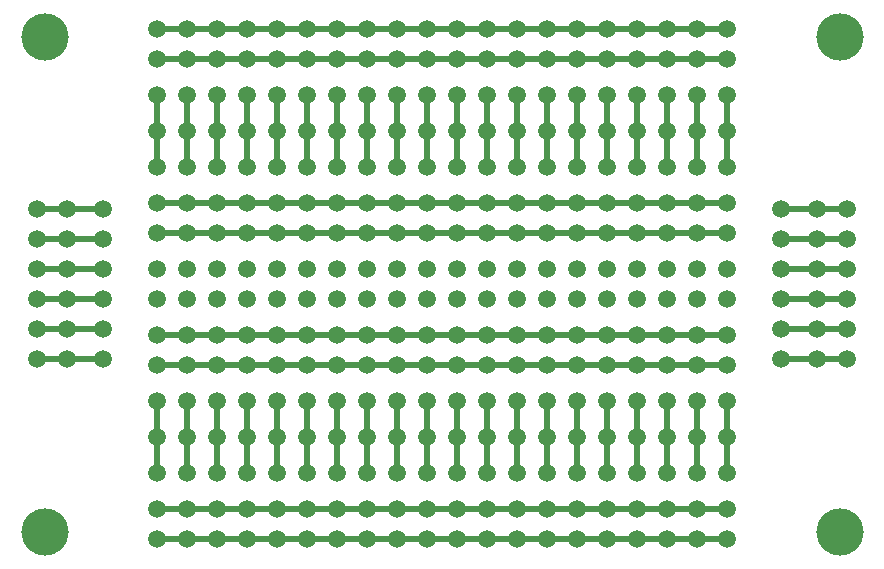
<source format=gtl>
G04*
G04 #@! TF.GenerationSoftware,Altium Limited,Altium Designer,20.0.13 (296)*
G04*
G04 Layer_Physical_Order=1*
G04 Layer_Color=255*
%FSLAX43Y43*%
%MOMM*%
G71*
G01*
G75*
%ADD12C,0.508*%
%ADD13C,1.500*%
%ADD14C,4.000*%
D12*
X90932Y43180D02*
X93980D01*
X90932Y45720D02*
X93980D01*
X90932Y48260D02*
X93980D01*
X90932Y50800D02*
X93980D01*
X90932Y53340D02*
X93980D01*
X90932Y55880D02*
X93980D01*
X30480Y43180D02*
X33528D01*
X30480Y45720D02*
X33528D01*
X30480Y48260D02*
X33528D01*
X30480Y50800D02*
X33528D01*
X30480Y53340D02*
X33528D01*
X30480Y55880D02*
X33528D01*
X27940Y43180D02*
X30480D01*
X27940Y45720D02*
X30480D01*
X27940Y48260D02*
X30480D01*
X27940Y50800D02*
X30480D01*
X27940Y53340D02*
X30480D01*
X27940Y55880D02*
X30480D01*
X93980Y43180D02*
X96520D01*
X93980Y45720D02*
X96520D01*
X93980Y48260D02*
X96520D01*
X93980Y50800D02*
X96520D01*
X93980Y53340D02*
X96520D01*
X93980Y55880D02*
X96520D01*
X83820Y27940D02*
X86360D01*
X81280D02*
X83820D01*
X78740D02*
X81280D01*
X76200D02*
X78740D01*
X73660D02*
X76200D01*
X71120D02*
X73660D01*
X68580D02*
X71120D01*
X66040D02*
X68580D01*
X63500D02*
X66040D01*
X60960D02*
X63500D01*
X58420D02*
X60960D01*
X55880D02*
X58420D01*
X53340D02*
X55880D01*
X50800D02*
X53340D01*
X48260D02*
X50800D01*
X45720D02*
X48260D01*
X43180D02*
X45720D01*
X40640D02*
X43180D01*
X38100D02*
X40640D01*
X83820Y30480D02*
X86360D01*
X81280D02*
X83820D01*
X78740D02*
X81280D01*
X76200D02*
X78740D01*
X73660D02*
X76200D01*
X71120D02*
X73660D01*
X68580D02*
X71120D01*
X66040D02*
X68580D01*
X63500D02*
X66040D01*
X60960D02*
X63500D01*
X58420D02*
X60960D01*
X55880D02*
X58420D01*
X53340D02*
X55880D01*
X50800D02*
X53340D01*
X48260D02*
X50800D01*
X45720D02*
X48260D01*
X43180D02*
X45720D01*
X40640D02*
X43180D01*
X38100D02*
X40640D01*
X38100Y36576D02*
Y39624D01*
Y33528D02*
Y36576D01*
X40640D02*
Y39624D01*
Y33528D02*
Y36576D01*
X43180D02*
Y39624D01*
Y33528D02*
Y36576D01*
X45720D02*
Y39624D01*
Y33528D02*
Y36576D01*
X48260D02*
Y39624D01*
Y33528D02*
Y36576D01*
X50800D02*
Y39624D01*
Y33528D02*
Y36576D01*
X53340D02*
Y39624D01*
Y33528D02*
Y36576D01*
X55880D02*
Y39624D01*
Y33528D02*
Y36576D01*
X58420D02*
Y39624D01*
Y33528D02*
Y36576D01*
X60960D02*
Y39624D01*
Y33528D02*
Y36576D01*
X63500D02*
Y39624D01*
Y33528D02*
Y36576D01*
X66040D02*
Y39624D01*
Y33528D02*
Y36576D01*
X68580D02*
Y39624D01*
Y33528D02*
Y36576D01*
X71120D02*
Y39624D01*
Y33528D02*
Y36576D01*
X73660D02*
Y39624D01*
Y33528D02*
Y36576D01*
X76200D02*
Y39624D01*
Y33528D02*
Y36576D01*
X78740D02*
Y39624D01*
Y33528D02*
Y36576D01*
X81280D02*
Y39624D01*
Y33528D02*
Y36576D01*
X83820D02*
Y39624D01*
Y33528D02*
Y36576D01*
X86360D02*
Y39624D01*
Y33528D02*
Y36576D01*
X83820Y42672D02*
X86360D01*
X81280D02*
X83820D01*
X78740D02*
X81280D01*
X76200D02*
X78740D01*
X73660D02*
X76200D01*
X71120D02*
X73660D01*
X68580D02*
X71120D01*
X66040D02*
X68580D01*
X63500D02*
X66040D01*
X60960D02*
X63500D01*
X58420D02*
X60960D01*
X55880D02*
X58420D01*
X53340D02*
X55880D01*
X50800D02*
X53340D01*
X48260D02*
X50800D01*
X45720D02*
X48260D01*
X43180D02*
X45720D01*
X40640D02*
X43180D01*
X38100D02*
X40640D01*
X83820Y45212D02*
X86360D01*
X81280D02*
X83820D01*
X78740D02*
X81280D01*
X76200D02*
X78740D01*
X73660D02*
X76200D01*
X71120D02*
X73660D01*
X68580D02*
X71120D01*
X66040D02*
X68580D01*
X63500D02*
X66040D01*
X60960D02*
X63500D01*
X58420D02*
X60960D01*
X55880D02*
X58420D01*
X53340D02*
X55880D01*
X50800D02*
X53340D01*
X48260D02*
X50800D01*
X45720D02*
X48260D01*
X43180D02*
X45720D01*
X40640D02*
X43180D01*
X38100D02*
X40640D01*
X83820Y53848D02*
X86360D01*
X81280D02*
X83820D01*
X78740D02*
X81280D01*
X76200D02*
X78740D01*
X73660D02*
X76200D01*
X71120D02*
X73660D01*
X68580D02*
X71120D01*
X66040D02*
X68580D01*
X63500D02*
X66040D01*
X60960D02*
X63500D01*
X58420D02*
X60960D01*
X55880D02*
X58420D01*
X53340D02*
X55880D01*
X50800D02*
X53340D01*
X48260D02*
X50800D01*
X45720D02*
X48260D01*
X43180D02*
X45720D01*
X40640D02*
X43180D01*
X38100D02*
X40640D01*
X83820Y56388D02*
X86360D01*
X81280D02*
X83820D01*
X78740D02*
X81280D01*
X76200D02*
X78740D01*
X73660D02*
X76200D01*
X71120D02*
X73660D01*
X68580D02*
X71120D01*
X66040D02*
X68580D01*
X63500D02*
X66040D01*
X60960D02*
X63500D01*
X58420D02*
X60960D01*
X55880D02*
X58420D01*
X53340D02*
X55880D01*
X50800D02*
X53340D01*
X48260D02*
X50800D01*
X45720D02*
X48260D01*
X43180D02*
X45720D01*
X40640D02*
X43180D01*
X38100D02*
X40640D01*
X86360Y62484D02*
Y65532D01*
Y59436D02*
Y62484D01*
X83820D02*
Y65532D01*
Y59436D02*
Y62484D01*
X81280D02*
Y65532D01*
Y59436D02*
Y62484D01*
X78740D02*
Y65532D01*
Y59436D02*
Y62484D01*
X76200D02*
Y65532D01*
Y59436D02*
Y62484D01*
X73660D02*
Y65532D01*
Y59436D02*
Y62484D01*
X71120D02*
Y65532D01*
Y59436D02*
Y62484D01*
X68580D02*
Y65532D01*
Y59436D02*
Y62484D01*
X66040D02*
Y65532D01*
Y59436D02*
Y62484D01*
X63500D02*
Y65532D01*
Y59436D02*
Y62484D01*
X60960D02*
Y65532D01*
Y59436D02*
Y62484D01*
X58420D02*
Y65532D01*
Y59436D02*
Y62484D01*
X55880D02*
Y65532D01*
Y59436D02*
Y62484D01*
X53340D02*
Y65532D01*
Y59436D02*
Y62484D01*
X50800D02*
Y65532D01*
Y59436D02*
Y62484D01*
X48260D02*
Y65532D01*
Y59436D02*
Y62484D01*
X45720D02*
Y65532D01*
Y59436D02*
Y62484D01*
X43180D02*
Y65532D01*
Y59436D02*
Y62484D01*
X40640D02*
Y65532D01*
Y59436D02*
Y62484D01*
X38100D02*
Y65532D01*
Y59436D02*
Y62484D01*
X83820Y68580D02*
X86360D01*
X81280D02*
X83820D01*
X78740D02*
X81280D01*
X76200D02*
X78740D01*
X73660D02*
X76200D01*
X71120D02*
X73660D01*
X68580D02*
X71120D01*
X66040D02*
X68580D01*
X63500D02*
X66040D01*
X60960D02*
X63500D01*
X58420D02*
X60960D01*
X55880D02*
X58420D01*
X53340D02*
X55880D01*
X50800D02*
X53340D01*
X48260D02*
X50800D01*
X45720D02*
X48260D01*
X43180D02*
X45720D01*
X40640D02*
X43180D01*
X38100D02*
X40640D01*
X83820Y71120D02*
X86360D01*
X81280D02*
X83820D01*
X78740D02*
X81280D01*
X76200D02*
X78740D01*
X73660D02*
X76200D01*
X71120D02*
X73660D01*
X68580D02*
X71120D01*
X66040D02*
X68580D01*
X63500D02*
X66040D01*
X60960D02*
X63500D01*
X58420D02*
X60960D01*
X55880D02*
X58420D01*
X53340D02*
X55880D01*
X50800D02*
X53340D01*
X48260D02*
X50800D01*
X45720D02*
X48260D01*
X43180D02*
X45720D01*
X40640D02*
X43180D01*
X38100D02*
X40640D01*
D13*
X33528Y43180D02*
D03*
Y45720D02*
D03*
Y48260D02*
D03*
Y50800D02*
D03*
Y53340D02*
D03*
Y55880D02*
D03*
X90932Y43180D02*
D03*
Y45720D02*
D03*
Y48260D02*
D03*
Y50800D02*
D03*
Y53340D02*
D03*
Y55880D02*
D03*
X38100Y27940D02*
D03*
Y30480D02*
D03*
X40640Y27940D02*
D03*
Y30480D02*
D03*
X43180Y27940D02*
D03*
Y30480D02*
D03*
X45720Y27940D02*
D03*
Y30480D02*
D03*
X48260Y27940D02*
D03*
Y30480D02*
D03*
X50800Y27940D02*
D03*
Y30480D02*
D03*
X53340Y27940D02*
D03*
Y30480D02*
D03*
X55880Y27940D02*
D03*
Y30480D02*
D03*
X58420Y27940D02*
D03*
Y30480D02*
D03*
X60960Y27940D02*
D03*
Y30480D02*
D03*
X63500Y27940D02*
D03*
Y30480D02*
D03*
X66040Y27940D02*
D03*
Y30480D02*
D03*
X68580Y27940D02*
D03*
Y30480D02*
D03*
X71120Y27940D02*
D03*
Y30480D02*
D03*
X73660Y27940D02*
D03*
Y30480D02*
D03*
X76200Y27940D02*
D03*
Y30480D02*
D03*
X78740Y27940D02*
D03*
Y30480D02*
D03*
X81280Y27940D02*
D03*
Y30480D02*
D03*
X83820Y27940D02*
D03*
Y30480D02*
D03*
X86360Y27940D02*
D03*
Y30480D02*
D03*
X38100Y42672D02*
D03*
Y45212D02*
D03*
X40640Y42672D02*
D03*
Y45212D02*
D03*
X43180Y42672D02*
D03*
Y45212D02*
D03*
X45720Y42672D02*
D03*
Y45212D02*
D03*
X48260Y42672D02*
D03*
Y45212D02*
D03*
X50800Y42672D02*
D03*
Y45212D02*
D03*
X53340Y42672D02*
D03*
Y45212D02*
D03*
X55880Y42672D02*
D03*
Y45212D02*
D03*
X58420Y42672D02*
D03*
Y45212D02*
D03*
X60960Y42672D02*
D03*
Y45212D02*
D03*
X63500Y42672D02*
D03*
Y45212D02*
D03*
X66040Y42672D02*
D03*
Y45212D02*
D03*
X68580Y42672D02*
D03*
Y45212D02*
D03*
X71120Y42672D02*
D03*
Y45212D02*
D03*
X73660Y42672D02*
D03*
Y45212D02*
D03*
X76200Y42672D02*
D03*
Y45212D02*
D03*
X78740Y42672D02*
D03*
Y45212D02*
D03*
X81280Y42672D02*
D03*
Y45212D02*
D03*
X83820Y42672D02*
D03*
Y45212D02*
D03*
X86360Y42672D02*
D03*
Y45212D02*
D03*
X38100Y48260D02*
D03*
Y50800D02*
D03*
X40640Y48260D02*
D03*
Y50800D02*
D03*
X43180Y48260D02*
D03*
Y50800D02*
D03*
X45720Y48260D02*
D03*
Y50800D02*
D03*
X48260Y48260D02*
D03*
Y50800D02*
D03*
X50800Y48260D02*
D03*
Y50800D02*
D03*
X53340Y48260D02*
D03*
Y50800D02*
D03*
X55880Y48260D02*
D03*
Y50800D02*
D03*
X58420Y48260D02*
D03*
Y50800D02*
D03*
X60960Y48260D02*
D03*
Y50800D02*
D03*
X63500Y48260D02*
D03*
Y50800D02*
D03*
X66040Y48260D02*
D03*
Y50800D02*
D03*
X68580Y48260D02*
D03*
Y50800D02*
D03*
X71120Y48260D02*
D03*
Y50800D02*
D03*
X73660Y48260D02*
D03*
Y50800D02*
D03*
X76200Y48260D02*
D03*
Y50800D02*
D03*
X78740Y48260D02*
D03*
Y50800D02*
D03*
X81280Y48260D02*
D03*
Y50800D02*
D03*
X83820Y48260D02*
D03*
Y50800D02*
D03*
X86360Y48260D02*
D03*
Y50800D02*
D03*
Y65532D02*
D03*
X83820D02*
D03*
X81280D02*
D03*
X78740D02*
D03*
X76200D02*
D03*
X73660D02*
D03*
X71120D02*
D03*
X68580D02*
D03*
X66040D02*
D03*
X63500D02*
D03*
X60960D02*
D03*
X58420D02*
D03*
X55880D02*
D03*
X53340D02*
D03*
X50800D02*
D03*
X48260D02*
D03*
X45720D02*
D03*
X43180D02*
D03*
X40640D02*
D03*
X38100D02*
D03*
X86360Y39624D02*
D03*
X83820D02*
D03*
X81280D02*
D03*
X78740D02*
D03*
X76200D02*
D03*
X73660D02*
D03*
X71120D02*
D03*
X68580D02*
D03*
X66040D02*
D03*
X63500D02*
D03*
X60960D02*
D03*
X58420D02*
D03*
X55880D02*
D03*
X53340D02*
D03*
X50800D02*
D03*
X48260D02*
D03*
X45720D02*
D03*
X43180D02*
D03*
X40640D02*
D03*
X38100D02*
D03*
X86360Y62484D02*
D03*
X83820D02*
D03*
X81280D02*
D03*
X78740D02*
D03*
X76200D02*
D03*
X73660D02*
D03*
X71120D02*
D03*
X68580D02*
D03*
X66040D02*
D03*
X63500D02*
D03*
X60960D02*
D03*
X58420D02*
D03*
X55880D02*
D03*
X53340D02*
D03*
X50800D02*
D03*
X48260D02*
D03*
X45720D02*
D03*
X43180D02*
D03*
X40640D02*
D03*
X38100D02*
D03*
X86360Y33528D02*
D03*
X83820D02*
D03*
X81280D02*
D03*
X78740D02*
D03*
X76200D02*
D03*
X73660D02*
D03*
X71120D02*
D03*
X68580D02*
D03*
X66040D02*
D03*
X63500D02*
D03*
X60960D02*
D03*
X58420D02*
D03*
X55880D02*
D03*
X53340D02*
D03*
X50800D02*
D03*
X48260D02*
D03*
X45720D02*
D03*
X43180D02*
D03*
X40640D02*
D03*
X38100D02*
D03*
X86360Y59436D02*
D03*
X83820D02*
D03*
X81280D02*
D03*
X78740D02*
D03*
X76200D02*
D03*
X73660D02*
D03*
X71120D02*
D03*
X68580D02*
D03*
X66040D02*
D03*
X63500D02*
D03*
X60960D02*
D03*
X58420D02*
D03*
X55880D02*
D03*
X53340D02*
D03*
X50800D02*
D03*
X48260D02*
D03*
X45720D02*
D03*
X43180D02*
D03*
X40640D02*
D03*
X38100D02*
D03*
X86360Y36576D02*
D03*
X83820D02*
D03*
X81280D02*
D03*
X78740D02*
D03*
X76200D02*
D03*
X73660D02*
D03*
X71120D02*
D03*
X68580D02*
D03*
X66040D02*
D03*
X63500D02*
D03*
X60960D02*
D03*
X58420D02*
D03*
X55880D02*
D03*
X53340D02*
D03*
X50800D02*
D03*
X48260D02*
D03*
X45720D02*
D03*
X43180D02*
D03*
X40640D02*
D03*
X38100D02*
D03*
Y53848D02*
D03*
Y56388D02*
D03*
X40640Y53848D02*
D03*
Y56388D02*
D03*
X43180Y53848D02*
D03*
Y56388D02*
D03*
X45720Y53848D02*
D03*
Y56388D02*
D03*
X48260Y53848D02*
D03*
Y56388D02*
D03*
X50800Y53848D02*
D03*
Y56388D02*
D03*
X53340Y53848D02*
D03*
Y56388D02*
D03*
X55880Y53848D02*
D03*
Y56388D02*
D03*
X58420Y53848D02*
D03*
Y56388D02*
D03*
X60960Y53848D02*
D03*
Y56388D02*
D03*
X63500Y53848D02*
D03*
Y56388D02*
D03*
X66040Y53848D02*
D03*
Y56388D02*
D03*
X68580Y53848D02*
D03*
Y56388D02*
D03*
X71120Y53848D02*
D03*
Y56388D02*
D03*
X73660Y53848D02*
D03*
Y56388D02*
D03*
X76200Y53848D02*
D03*
Y56388D02*
D03*
X78740Y53848D02*
D03*
Y56388D02*
D03*
X81280Y53848D02*
D03*
Y56388D02*
D03*
X83820Y53848D02*
D03*
Y56388D02*
D03*
X86360Y53848D02*
D03*
Y56388D02*
D03*
X38100Y68580D02*
D03*
Y71120D02*
D03*
X40640Y68580D02*
D03*
Y71120D02*
D03*
X43180Y68580D02*
D03*
Y71120D02*
D03*
X45720Y68580D02*
D03*
Y71120D02*
D03*
X48260Y68580D02*
D03*
Y71120D02*
D03*
X50800Y68580D02*
D03*
Y71120D02*
D03*
X53340Y68580D02*
D03*
Y71120D02*
D03*
X55880Y68580D02*
D03*
Y71120D02*
D03*
X58420Y68580D02*
D03*
Y71120D02*
D03*
X60960Y68580D02*
D03*
Y71120D02*
D03*
X63500Y68580D02*
D03*
Y71120D02*
D03*
X66040Y68580D02*
D03*
Y71120D02*
D03*
X68580Y68580D02*
D03*
Y71120D02*
D03*
X71120Y68580D02*
D03*
Y71120D02*
D03*
X73660Y68580D02*
D03*
Y71120D02*
D03*
X76200Y68580D02*
D03*
Y71120D02*
D03*
X78740Y68580D02*
D03*
Y71120D02*
D03*
X81280Y68580D02*
D03*
Y71120D02*
D03*
X83820Y68580D02*
D03*
Y71120D02*
D03*
X86360Y68580D02*
D03*
Y71120D02*
D03*
X27940Y55880D02*
D03*
X30480D02*
D03*
X27940Y53340D02*
D03*
X30480D02*
D03*
X27940Y50800D02*
D03*
X30480D02*
D03*
X27940Y48260D02*
D03*
X30480D02*
D03*
X27940Y45720D02*
D03*
X30480D02*
D03*
X27940Y43180D02*
D03*
X30480D02*
D03*
X93980Y55880D02*
D03*
X96520D02*
D03*
X93980Y53340D02*
D03*
X96520D02*
D03*
X93980Y50800D02*
D03*
X96520D02*
D03*
X93980Y48260D02*
D03*
X96520D02*
D03*
X93980Y45720D02*
D03*
X96520D02*
D03*
X93980Y43180D02*
D03*
X96520D02*
D03*
D14*
X28560Y28574D02*
D03*
X28574Y70500D02*
D03*
X95884Y28590D02*
D03*
X95885Y70485D02*
D03*
M02*

</source>
